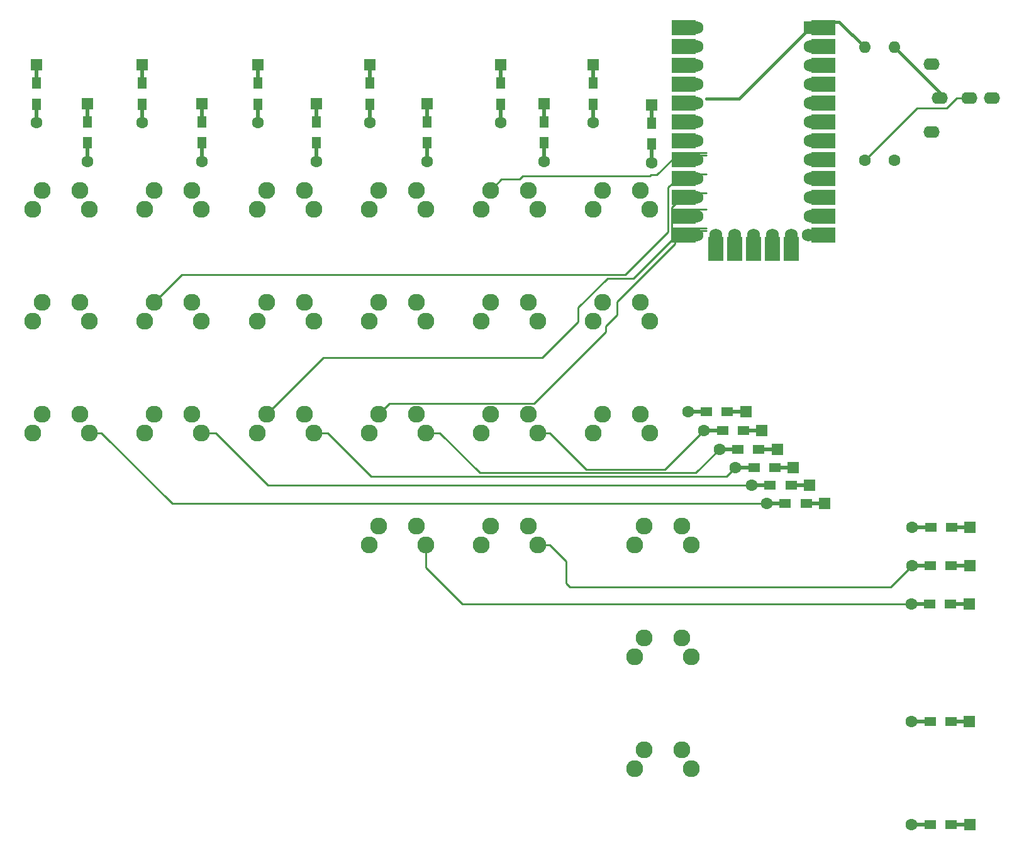
<source format=gbr>
%TF.GenerationSoftware,KiCad,Pcbnew,(6.0.5)*%
%TF.CreationDate,2022-05-16T23:14:11-04:00*%
%TF.ProjectId,keybert,6b657962-6572-4742-9e6b-696361645f70,0.0.1a*%
%TF.SameCoordinates,Original*%
%TF.FileFunction,Copper,L2,Bot*%
%TF.FilePolarity,Positive*%
%FSLAX46Y46*%
G04 Gerber Fmt 4.6, Leading zero omitted, Abs format (unit mm)*
G04 Created by KiCad (PCBNEW (6.0.5)) date 2022-05-16 23:14:11*
%MOMM*%
%LPD*%
G01*
G04 APERTURE LIST*
%TA.AperFunction,ComponentPad*%
%ADD10C,1.600000*%
%TD*%
%TA.AperFunction,ComponentPad*%
%ADD11O,1.600000X1.600000*%
%TD*%
%TA.AperFunction,ComponentPad*%
%ADD12O,2.200000X1.600000*%
%TD*%
%TA.AperFunction,ComponentPad*%
%ADD13C,2.286000*%
%TD*%
%TA.AperFunction,SMDPad,CuDef*%
%ADD14R,2.900000X0.500000*%
%TD*%
%TA.AperFunction,ComponentPad*%
%ADD15R,1.600000X1.600000*%
%TD*%
%TA.AperFunction,SMDPad,CuDef*%
%ADD16R,1.600000X1.200000*%
%TD*%
%TA.AperFunction,SMDPad,CuDef*%
%ADD17R,0.500000X2.900000*%
%TD*%
%TA.AperFunction,SMDPad,CuDef*%
%ADD18R,1.200000X1.600000*%
%TD*%
%TA.AperFunction,SMDPad,CuDef*%
%ADD19R,3.250000X2.000000*%
%TD*%
%TA.AperFunction,ComponentPad*%
%ADD20R,1.752600X1.752600*%
%TD*%
%TA.AperFunction,ComponentPad*%
%ADD21C,1.752600*%
%TD*%
%TA.AperFunction,SMDPad,CuDef*%
%ADD22R,2.000000X3.250000*%
%TD*%
%TA.AperFunction,Conductor*%
%ADD23C,0.250000*%
%TD*%
%TA.AperFunction,Conductor*%
%ADD24C,0.381000*%
%TD*%
G04 APERTURE END LIST*
D10*
%TO.P,R0,1*%
%TO.N,SDA*%
X144627500Y-40260891D03*
D11*
%TO.P,R0,2*%
%TO.N,VCC*%
X144627500Y-25020891D03*
%TD*%
D12*
%TO.P,J0,1,SLEEVE*%
%TO.N,GND*%
X149602500Y-27247141D03*
X149602500Y-36447141D03*
%TO.P,J0,2,TIP*%
%TO.N,VCC*%
X150702500Y-31847141D03*
%TO.P,J0,3,RING1*%
%TO.N,SCL*%
X154702500Y-31847141D03*
%TO.P,J0,4,RING2*%
%TO.N,SDA*%
X157702500Y-31847141D03*
%TD*%
D13*
%TO.P,MX19,1,COL*%
%TO.N,col5*%
X105300000Y-74434641D03*
X104030000Y-76974641D03*
%TO.P,MX19,2,ROW*%
%TO.N,Net-(D19-Pad2)*%
X111650000Y-76974641D03*
X110380000Y-74434641D03*
%TD*%
%TO.P,MX11,1,COL*%
%TO.N,col3*%
X73867500Y-76974641D03*
X75137500Y-74434641D03*
%TO.P,MX11,2,ROW*%
%TO.N,Net-(D11-Pad2)*%
X81487500Y-76974641D03*
X80217500Y-74434641D03*
%TD*%
%TO.P,MX20,1,COL*%
%TO.N,col3*%
X109586250Y-92055891D03*
X110856250Y-89515891D03*
%TO.P,MX20,2,ROW*%
%TO.N,Net-(D20-Pad2)*%
X117206250Y-92055891D03*
X115936250Y-89515891D03*
%TD*%
%TO.P,MX12,1,COL*%
%TO.N,col1*%
X75137500Y-89515891D03*
X73867500Y-92055891D03*
%TO.P,MX12,2,ROW*%
%TO.N,Net-(D12-Pad2)*%
X81487500Y-92055891D03*
X80217500Y-89515891D03*
%TD*%
%TO.P,MX18,1,COL*%
%TO.N,col5*%
X105300000Y-59353391D03*
X104030000Y-61893391D03*
%TO.P,MX18,2,ROW*%
%TO.N,Net-(D18-Pad2)*%
X110380000Y-59353391D03*
X111650000Y-61893391D03*
%TD*%
%TO.P,MX10,1,COL*%
%TO.N,col3*%
X75137500Y-59353391D03*
X73867500Y-61893391D03*
%TO.P,MX10,2,ROW*%
%TO.N,Net-(D10-Pad2)*%
X80217500Y-59353391D03*
X81487500Y-61893391D03*
%TD*%
%TO.P,MX15,1,COL*%
%TO.N,col4*%
X90218750Y-74434641D03*
X88948750Y-76974641D03*
%TO.P,MX15,2,ROW*%
%TO.N,Net-(D15-Pad2)*%
X96568750Y-76974641D03*
X95298750Y-74434641D03*
%TD*%
%TO.P,MX7,1,COL*%
%TO.N,col2*%
X60056250Y-59353391D03*
X58786250Y-61893391D03*
%TO.P,MX7,2,ROW*%
%TO.N,Net-(D7-Pad2)*%
X66406250Y-61893391D03*
X65136250Y-59353391D03*
%TD*%
%TO.P,MX3,1,COL*%
%TO.N,col1*%
X44975000Y-44272141D03*
X43705000Y-46812141D03*
%TO.P,MX3,2,ROW*%
%TO.N,Net-(D3-Pad2)*%
X51325000Y-46812141D03*
X50055000Y-44272141D03*
%TD*%
%TO.P,MX14,1,COL*%
%TO.N,col4*%
X90218750Y-59353391D03*
X88948750Y-61893391D03*
%TO.P,MX14,2,ROW*%
%TO.N,Net-(D14-Pad2)*%
X95298750Y-59353391D03*
X96568750Y-61893391D03*
%TD*%
%TO.P,MX0,1,COL*%
%TO.N,col0*%
X28623750Y-46812141D03*
X29893750Y-44272141D03*
%TO.P,MX0,2,ROW*%
%TO.N,Net-(D0-Pad2)*%
X34973750Y-44272141D03*
X36243750Y-46812141D03*
%TD*%
%TO.P,MX8,1,COL*%
%TO.N,col2*%
X60056250Y-74434641D03*
X58786250Y-76974641D03*
%TO.P,MX8,2,ROW*%
%TO.N,Net-(D8-Pad2)*%
X66406250Y-76974641D03*
X65136250Y-74434641D03*
%TD*%
%TO.P,MX22,1,COL*%
%TO.N,col5*%
X109586250Y-122218391D03*
X110856250Y-119678391D03*
%TO.P,MX22,2,ROW*%
%TO.N,Net-(D22-Pad2)*%
X115936250Y-119678391D03*
X117206250Y-122218391D03*
%TD*%
D10*
%TO.P,R1,1*%
%TO.N,SCL*%
X140577500Y-40260891D03*
D11*
%TO.P,R1,2*%
%TO.N,VCC*%
X140577500Y-25020891D03*
%TD*%
D13*
%TO.P,MX16,1,COL*%
%TO.N,col2*%
X90218750Y-89515891D03*
X88948750Y-92055891D03*
%TO.P,MX16,2,ROW*%
%TO.N,Net-(D16-Pad2)*%
X95298750Y-89515891D03*
X96568750Y-92055891D03*
%TD*%
%TO.P,MX13,1,COL*%
%TO.N,col4*%
X88948750Y-46812141D03*
X90218750Y-44272141D03*
%TO.P,MX13,2,ROW*%
%TO.N,Net-(D13-Pad2)*%
X95298750Y-44272141D03*
X96568750Y-46812141D03*
%TD*%
%TO.P,MX21,1,COL*%
%TO.N,col4*%
X109586250Y-107137141D03*
X110856250Y-104597141D03*
%TO.P,MX21,2,ROW*%
%TO.N,Net-(D21-Pad2)*%
X117206250Y-107137141D03*
X115936250Y-104597141D03*
%TD*%
%TO.P,MX17,1,COL*%
%TO.N,col5*%
X105300000Y-44272141D03*
X104030000Y-46812141D03*
%TO.P,MX17,2,ROW*%
%TO.N,Net-(D17-Pad2)*%
X110380000Y-44272141D03*
X111650000Y-46812141D03*
%TD*%
%TO.P,MX6,1,COL*%
%TO.N,col2*%
X60056250Y-44272141D03*
X58786250Y-46812141D03*
%TO.P,MX6,2,ROW*%
%TO.N,Net-(D6-Pad2)*%
X65136250Y-44272141D03*
X66406250Y-46812141D03*
%TD*%
%TO.P,MX4,1,COL*%
%TO.N,col1*%
X44975000Y-59353391D03*
X43705000Y-61893391D03*
%TO.P,MX4,2,ROW*%
%TO.N,Net-(D4-Pad2)*%
X50055000Y-59353391D03*
X51325000Y-61893391D03*
%TD*%
%TO.P,MX2,1,COL*%
%TO.N,col0*%
X28623750Y-76974641D03*
X29893750Y-74434641D03*
%TO.P,MX2,2,ROW*%
%TO.N,Net-(D2-Pad2)*%
X36243750Y-76974641D03*
X34973750Y-74434641D03*
%TD*%
%TO.P,MX9,1,COL*%
%TO.N,col3*%
X73867500Y-46812141D03*
X75137500Y-44272141D03*
%TO.P,MX9,2,ROW*%
%TO.N,Net-(D9-Pad2)*%
X81487500Y-46812141D03*
X80217500Y-44272141D03*
%TD*%
%TO.P,MX5,1,COL*%
%TO.N,col1*%
X44975000Y-74434641D03*
X43705000Y-76974641D03*
%TO.P,MX5,2,ROW*%
%TO.N,Net-(D5-Pad2)*%
X51325000Y-76974641D03*
X50055000Y-74434641D03*
%TD*%
%TO.P,MX1,1,COL*%
%TO.N,col0*%
X28623750Y-61893391D03*
X29893750Y-59353391D03*
%TO.P,MX1,2,ROW*%
%TO.N,Net-(D1-Pad2)*%
X36243750Y-61893391D03*
X34973750Y-59353391D03*
%TD*%
D14*
%TO.P,D22,1,K*%
%TO.N,clu0*%
X153311250Y-129742141D03*
D15*
X154711250Y-129742141D03*
D16*
X152211250Y-129742141D03*
D10*
%TO.P,D22,2,A*%
%TO.N,Net-(D22-Pad2)*%
X146911250Y-129742141D03*
D16*
X149411250Y-129742141D03*
D14*
X148311250Y-129742141D03*
%TD*%
D15*
%TO.P,D4,1,K*%
%TO.N,row1*%
X51401250Y-32592141D03*
D17*
X51401250Y-33992141D03*
D18*
X51401250Y-35092141D03*
D10*
%TO.P,D4,2,A*%
%TO.N,Net-(D4-Pad2)*%
X51401250Y-40392141D03*
D18*
X51401250Y-37892141D03*
D17*
X51401250Y-38992141D03*
%TD*%
D15*
%TO.P,D17,1,K*%
%TO.N,row0*%
X104011250Y-27352141D03*
D18*
X104011250Y-29852141D03*
D17*
X104011250Y-28752141D03*
D18*
%TO.P,D17,2,A*%
%TO.N,Net-(D17-Pad2)*%
X104011250Y-32652141D03*
D10*
X104011250Y-35152141D03*
D17*
X104011250Y-33752141D03*
%TD*%
D14*
%TO.P,D19,1,K*%
%TO.N,row2*%
X123201250Y-74122141D03*
D16*
X122101250Y-74122141D03*
D15*
X124601250Y-74122141D03*
D10*
%TO.P,D19,2,A*%
%TO.N,Net-(D19-Pad2)*%
X116801250Y-74122141D03*
D16*
X119301250Y-74122141D03*
D14*
X118201250Y-74122141D03*
%TD*%
D15*
%TO.P,D15,1,K*%
%TO.N,row2*%
X126741250Y-76612141D03*
D16*
X124241250Y-76612141D03*
D14*
X125341250Y-76612141D03*
D10*
%TO.P,D15,2,A*%
%TO.N,Net-(D15-Pad2)*%
X118941250Y-76612141D03*
D14*
X120341250Y-76612141D03*
D16*
X121441250Y-76612141D03*
%TD*%
D18*
%TO.P,D3,1,K*%
%TO.N,row0*%
X43371250Y-29852141D03*
D15*
X43371250Y-27352141D03*
D17*
X43371250Y-28752141D03*
%TO.P,D3,2,A*%
%TO.N,Net-(D3-Pad2)*%
X43371250Y-33752141D03*
D10*
X43371250Y-35152141D03*
D18*
X43371250Y-32652141D03*
%TD*%
%TO.P,D10,1,K*%
%TO.N,row1*%
X81721250Y-35092141D03*
D17*
X81721250Y-33992141D03*
D15*
X81721250Y-32592141D03*
D18*
%TO.P,D10,2,A*%
%TO.N,Net-(D10-Pad2)*%
X81721250Y-37892141D03*
D10*
X81721250Y-40392141D03*
D17*
X81721250Y-38992141D03*
%TD*%
D14*
%TO.P,D16,1,K*%
%TO.N,clu0*%
X153351250Y-94862141D03*
D15*
X154751250Y-94862141D03*
D16*
X152251250Y-94862141D03*
%TO.P,D16,2,A*%
%TO.N,Net-(D16-Pad2)*%
X149451250Y-94862141D03*
D14*
X148351250Y-94862141D03*
D10*
X146951250Y-94862141D03*
%TD*%
D14*
%TO.P,D21,1,K*%
%TO.N,clu0*%
X153291250Y-115792141D03*
D15*
X154691250Y-115792141D03*
D16*
X152191250Y-115792141D03*
D14*
%TO.P,D21,2,A*%
%TO.N,Net-(D21-Pad2)*%
X148291250Y-115792141D03*
D16*
X149391250Y-115792141D03*
D10*
X146891250Y-115792141D03*
%TD*%
D15*
%TO.P,D20,1,K*%
%TO.N,clu0*%
X154781250Y-89662141D03*
D14*
X153381250Y-89662141D03*
D16*
X152281250Y-89662141D03*
D14*
%TO.P,D20,2,A*%
%TO.N,Net-(D20-Pad2)*%
X148381250Y-89662141D03*
D16*
X149481250Y-89662141D03*
D10*
X146981250Y-89662141D03*
%TD*%
D15*
%TO.P,D11,1,K*%
%TO.N,row2*%
X128821250Y-79142141D03*
D14*
X127421250Y-79142141D03*
D16*
X126321250Y-79142141D03*
D14*
%TO.P,D11,2,A*%
%TO.N,Net-(D11-Pad2)*%
X122421250Y-79142141D03*
D16*
X123521250Y-79142141D03*
D10*
X121021250Y-79142141D03*
%TD*%
D18*
%TO.P,D13,1,K*%
%TO.N,row0*%
X91551250Y-29852141D03*
D17*
X91551250Y-28752141D03*
D15*
X91551250Y-27352141D03*
D10*
%TO.P,D13,2,A*%
%TO.N,Net-(D13-Pad2)*%
X91551250Y-35152141D03*
D17*
X91551250Y-33752141D03*
D18*
X91551250Y-32652141D03*
%TD*%
D15*
%TO.P,D9,1,K*%
%TO.N,row0*%
X74021250Y-27352141D03*
D18*
X74021250Y-29852141D03*
D17*
X74021250Y-28752141D03*
D10*
%TO.P,D9,2,A*%
%TO.N,Net-(D9-Pad2)*%
X74021250Y-35152141D03*
D18*
X74021250Y-32652141D03*
D17*
X74021250Y-33752141D03*
%TD*%
D15*
%TO.P,D8,1,K*%
%TO.N,row2*%
X130981250Y-81592141D03*
D14*
X129581250Y-81592141D03*
D16*
X128481250Y-81592141D03*
D14*
%TO.P,D8,2,A*%
%TO.N,Net-(D8-Pad2)*%
X124581250Y-81592141D03*
D10*
X123181250Y-81592141D03*
D16*
X125681250Y-81592141D03*
%TD*%
D17*
%TO.P,D0,1,K*%
%TO.N,row0*%
X29111250Y-28752141D03*
D15*
X29111250Y-27352141D03*
D18*
X29111250Y-29852141D03*
D10*
%TO.P,D0,2,A*%
%TO.N,Net-(D0-Pad2)*%
X29111250Y-35152141D03*
D17*
X29111250Y-33752141D03*
D18*
X29111250Y-32652141D03*
%TD*%
D17*
%TO.P,D18,1,K*%
%TO.N,row1*%
X111891250Y-34142141D03*
D18*
X111891250Y-35242141D03*
D15*
X111891250Y-32742141D03*
D18*
%TO.P,D18,2,A*%
%TO.N,Net-(D18-Pad2)*%
X111891250Y-38042141D03*
D17*
X111891250Y-39142141D03*
D10*
X111891250Y-40542141D03*
%TD*%
D15*
%TO.P,D14,1,K*%
%TO.N,row1*%
X97451250Y-32592141D03*
D17*
X97451250Y-33992141D03*
D18*
X97451250Y-35092141D03*
D10*
%TO.P,D14,2,A*%
%TO.N,Net-(D14-Pad2)*%
X97451250Y-40392141D03*
D17*
X97451250Y-38992141D03*
D18*
X97451250Y-37892141D03*
%TD*%
D14*
%TO.P,D2,1,K*%
%TO.N,row2*%
X133801250Y-86482141D03*
D15*
X135201250Y-86482141D03*
D16*
X132701250Y-86482141D03*
%TO.P,D2,2,A*%
%TO.N,Net-(D2-Pad2)*%
X129901250Y-86482141D03*
D10*
X127401250Y-86482141D03*
D14*
X128801250Y-86482141D03*
%TD*%
D18*
%TO.P,D1,1,K*%
%TO.N,row1*%
X35991250Y-35092141D03*
D15*
X35991250Y-32592141D03*
D17*
X35991250Y-33992141D03*
D10*
%TO.P,D1,2,A*%
%TO.N,Net-(D1-Pad2)*%
X35991250Y-40392141D03*
D17*
X35991250Y-38992141D03*
D18*
X35991250Y-37892141D03*
%TD*%
D16*
%TO.P,D12,1,K*%
%TO.N,clu0*%
X152151250Y-100002141D03*
D14*
X153251250Y-100002141D03*
D15*
X154651250Y-100002141D03*
D16*
%TO.P,D12,2,A*%
%TO.N,Net-(D12-Pad2)*%
X149351250Y-100002141D03*
D14*
X148251250Y-100002141D03*
D10*
X146851250Y-100002141D03*
%TD*%
D15*
%TO.P,D6,1,K*%
%TO.N,row0*%
X58941250Y-27352141D03*
D17*
X58941250Y-28752141D03*
D18*
X58941250Y-29852141D03*
D10*
%TO.P,D6,2,A*%
%TO.N,Net-(D6-Pad2)*%
X58941250Y-35152141D03*
D17*
X58941250Y-33752141D03*
D18*
X58941250Y-32652141D03*
%TD*%
D17*
%TO.P,D7,1,K*%
%TO.N,row1*%
X66801250Y-33992141D03*
D15*
X66801250Y-32592141D03*
D18*
X66801250Y-35092141D03*
D10*
%TO.P,D7,2,A*%
%TO.N,Net-(D7-Pad2)*%
X66801250Y-40392141D03*
D18*
X66801250Y-37892141D03*
D17*
X66801250Y-38992141D03*
%TD*%
D19*
%TO.P,MC-EC0,1,TX0/PD3*%
%TO.N,col0*%
X135006270Y-22342911D03*
D20*
X133228270Y-22342911D03*
D19*
%TO.P,MC-EC0,2,RX1/PD2*%
%TO.N,unconnected-(MC-EC0-Pad2)*%
X135006270Y-24882911D03*
D21*
X133228270Y-24882911D03*
D19*
%TO.P,MC-EC0,3,GND*%
%TO.N,GND*%
X135006270Y-27422911D03*
D21*
X133228270Y-27422911D03*
%TO.P,MC-EC0,4,GND*%
X133228270Y-29962911D03*
D19*
X135006270Y-29962911D03*
D21*
%TO.P,MC-EC0,5,2/PD1*%
%TO.N,SDA*%
X133228270Y-32502911D03*
D19*
X135006270Y-32502911D03*
D21*
%TO.P,MC-EC0,6,3/PD0*%
%TO.N,SCL*%
X133228270Y-35042911D03*
D19*
X135006270Y-35042911D03*
D21*
%TO.P,MC-EC0,7,4/PD4*%
%TO.N,col5*%
X133228270Y-37582911D03*
D19*
X135006270Y-37582911D03*
%TO.P,MC-EC0,8,5/PC6*%
%TO.N,clu0*%
X135006270Y-40122911D03*
D21*
X133228270Y-40122911D03*
D19*
%TO.P,MC-EC0,9,6/PD7*%
%TO.N,unconnected-(MC-EC0-Pad9)*%
X135006270Y-42662911D03*
D21*
X133228270Y-42662911D03*
%TO.P,MC-EC0,10,7/PE6*%
%TO.N,unconnected-(MC-EC0-Pad10)*%
X133228270Y-45202911D03*
D19*
X135006270Y-45202911D03*
D21*
%TO.P,MC-EC0,11,8/PB4*%
%TO.N,row2*%
X133228270Y-47742911D03*
D19*
X135006270Y-47742911D03*
%TO.P,MC-EC0,12,9/PB5*%
%TO.N,unconnected-(MC-EC0-Pad12)*%
X135006270Y-50282911D03*
D21*
X132999670Y-50282911D03*
%TO.P,MC-EC0,13,10/PB6*%
%TO.N,unconnected-(MC-EC0-Pad13)*%
X117988270Y-50282911D03*
D19*
X116210270Y-50282911D03*
%TO.P,MC-EC0,14,16/PB2*%
%TO.N,col3*%
X116210270Y-47742911D03*
D21*
X117988270Y-47742911D03*
D19*
%TO.P,MC-EC0,15,14/PB3*%
%TO.N,unconnected-(MC-EC0-Pad15)*%
X116210270Y-45202911D03*
D21*
X117988270Y-45202911D03*
D19*
%TO.P,MC-EC0,16,15/PB1*%
%TO.N,col2*%
X116210270Y-42662911D03*
D21*
X117988270Y-42662911D03*
D19*
%TO.P,MC-EC0,17,A0/PF7*%
%TO.N,col1*%
X116210270Y-40122911D03*
D21*
X117988270Y-40122911D03*
%TO.P,MC-EC0,18,A1/PF6*%
%TO.N,col4*%
X117988270Y-37582911D03*
D19*
X116210270Y-37582911D03*
%TO.P,MC-EC0,19,A2/PF5*%
%TO.N,row1*%
X116210270Y-35042911D03*
D21*
X117988270Y-35042911D03*
D19*
%TO.P,MC-EC0,20,A3/PF4*%
%TO.N,row0*%
X116210270Y-32502911D03*
D21*
X117988270Y-32502911D03*
%TO.P,MC-EC0,21,VCC*%
%TO.N,VCC*%
X117988270Y-29962911D03*
D19*
X116210270Y-29962911D03*
D21*
%TO.P,MC-EC0,22,RST*%
%TO.N,unconnected-(MC-EC0-Pad22)*%
X117988270Y-27422911D03*
D19*
X116210270Y-27422911D03*
%TO.P,MC-EC0,23,GND*%
%TO.N,GND*%
X116210270Y-24882911D03*
D21*
X117988270Y-24882911D03*
D19*
%TO.P,MC-EC0,24,B0*%
%TO.N,unconnected-(MC-EC0-Pad24)*%
X116210270Y-22342911D03*
D21*
X117988270Y-22342911D03*
%TO.P,MC-EC0,25,B7*%
%TO.N,unconnected-(MC-EC0-Pad25)*%
X130688270Y-50282911D03*
D22*
X130688270Y-52187911D03*
D21*
%TO.P,MC-EC0,26,D5*%
%TO.N,unconnected-(MC-EC0-Pad26)*%
X128148270Y-50282911D03*
D22*
X128148270Y-52187911D03*
%TO.P,MC-EC0,27,C7*%
%TO.N,unconnected-(MC-EC0-Pad27)*%
X125608270Y-52187911D03*
D21*
X125608270Y-50282911D03*
D22*
%TO.P,MC-EC0,28,F1*%
%TO.N,unconnected-(MC-EC0-Pad28)*%
X123068270Y-52187911D03*
D21*
X123068270Y-50282911D03*
D22*
%TO.P,MC-EC0,29,F0*%
%TO.N,unconnected-(MC-EC0-Pad29)*%
X120528270Y-52187911D03*
D21*
X120528270Y-50282911D03*
%TD*%
D14*
%TO.P,D5,1,K*%
%TO.N,row2*%
X131771250Y-84032141D03*
D15*
X133171250Y-84032141D03*
D16*
X130671250Y-84032141D03*
D10*
%TO.P,D5,2,A*%
%TO.N,Net-(D5-Pad2)*%
X125371250Y-84032141D03*
D14*
X126771250Y-84032141D03*
D16*
X127871250Y-84032141D03*
%TD*%
D23*
%TO.N,row0*%
X104011250Y-27352141D02*
X104011250Y-29411163D01*
%TO.N,Net-(D2-Pad2)*%
X37860196Y-76974641D02*
X47367696Y-86482141D01*
X47367696Y-86482141D02*
X127401250Y-86482141D01*
X36243750Y-76974641D02*
X37860196Y-76974641D01*
%TO.N,Net-(D5-Pad2)*%
X53243242Y-76974641D02*
X60300742Y-84032141D01*
X51325000Y-76974641D02*
X53243242Y-76974641D01*
X60300742Y-84032141D02*
X125371250Y-84032141D01*
%TO.N,Net-(D8-Pad2)*%
X74131953Y-82782102D02*
X121991289Y-82782102D01*
X66406250Y-76974641D02*
X68324492Y-76974641D01*
X68324492Y-76974641D02*
X74131953Y-82782102D01*
X121991289Y-82782102D02*
X123181250Y-81592141D01*
%TO.N,Net-(D11-Pad2)*%
X83405742Y-76974641D02*
X88763683Y-82332582D01*
X88763683Y-82332582D02*
X117830809Y-82332582D01*
X117830809Y-82332582D02*
X121021250Y-79142141D01*
X81487500Y-76974641D02*
X83405742Y-76974641D01*
%TO.N,Net-(D12-Pad2)*%
X86430742Y-100002141D02*
X146851250Y-100002141D01*
X81487500Y-92055891D02*
X81487500Y-95058899D01*
X81487500Y-95058899D02*
X86430742Y-100002141D01*
%TO.N,Net-(D15-Pad2)*%
X103093617Y-81883062D02*
X113670329Y-81883062D01*
X113670329Y-81883062D02*
X118941250Y-76612141D01*
X98185196Y-76974641D02*
X103093617Y-81883062D01*
X96568750Y-76974641D02*
X98185196Y-76974641D01*
%TO.N,Net-(D16-Pad2)*%
X96568750Y-92055891D02*
X98185196Y-92055891D01*
X100371250Y-94241945D02*
X100371250Y-97182141D01*
X98185196Y-92055891D02*
X100371250Y-94241945D01*
X100901250Y-97712141D02*
X144101250Y-97712141D01*
X144101250Y-97712141D02*
X146951250Y-94862141D01*
X100371250Y-97182141D02*
X100901250Y-97712141D01*
%TO.N,col1*%
X44975000Y-59353391D02*
X48672021Y-55656370D01*
X115936250Y-42049641D02*
X119270000Y-42049641D01*
X114145421Y-43840470D02*
X115936250Y-42049641D01*
X114145421Y-49859728D02*
X114145421Y-43840470D01*
X108348779Y-55656370D02*
X114145421Y-49859728D01*
X48672021Y-55656370D02*
X108348779Y-55656370D01*
%TO.N,col2*%
X102011250Y-60062141D02*
X105967501Y-56105890D01*
X116571250Y-44589641D02*
X119270000Y-44589641D01*
X109477501Y-56105890D02*
X114594941Y-50988450D01*
X97203337Y-66801812D02*
X102011250Y-61993899D01*
X114594941Y-46565950D02*
X116571250Y-44589641D01*
X114594941Y-50988450D02*
X114594941Y-46565950D01*
X102011250Y-61993899D02*
X102011250Y-60062141D01*
X67689079Y-66801812D02*
X97203337Y-66801812D01*
X105967501Y-56105890D02*
X109477501Y-56105890D01*
X60056250Y-74434641D02*
X67689079Y-66801812D01*
%TO.N,col3*%
X76605011Y-72967130D02*
X96116261Y-72967130D01*
X105721250Y-63362141D02*
X105721250Y-62572141D01*
X115044461Y-50939641D02*
X116314461Y-49669641D01*
X107261250Y-61032141D02*
X107261250Y-59275391D01*
X75137500Y-74434641D02*
X76605011Y-72967130D01*
X116314461Y-49669641D02*
X119270000Y-49669641D01*
X115044461Y-51492180D02*
X115044461Y-50939641D01*
X116231250Y-49352141D02*
X119270000Y-49352141D01*
X96116261Y-72967130D02*
X105721250Y-63362141D01*
X107261250Y-59275391D02*
X115044461Y-51492180D01*
X105721250Y-62572141D02*
X107261250Y-61032141D01*
%TO.N,col4*%
X111815300Y-42208391D02*
X112602500Y-42208391D01*
X90218750Y-44272141D02*
X91686261Y-42804630D01*
X111651550Y-42372141D02*
X111815300Y-42208391D01*
X94581250Y-42372141D02*
X111651550Y-42372141D01*
X116011250Y-39192141D02*
X119270000Y-39192141D01*
X91686261Y-42804630D02*
X94148761Y-42804630D01*
X112602500Y-42208391D02*
X115301250Y-39509641D01*
X94148761Y-42804630D02*
X94581250Y-42372141D01*
X115301250Y-39509641D02*
X119270000Y-39509641D01*
%TO.N,SCL*%
X151624843Y-33234484D02*
X153012186Y-31847141D01*
X153012186Y-31847141D02*
X154702500Y-31847141D01*
X147603907Y-33234484D02*
X151624843Y-33234484D01*
X140577500Y-40260891D02*
X147603907Y-33234484D01*
D24*
%TO.N,VCC*%
X134033750Y-21570891D02*
X137127500Y-21570891D01*
X123715000Y-31889641D02*
X134033750Y-21570891D01*
X150702500Y-31095891D02*
X150702500Y-31847141D01*
X137127500Y-21570891D02*
X140577500Y-25020891D01*
X144627500Y-25020891D02*
X150702500Y-31095891D01*
X119270000Y-31889641D02*
X123715000Y-31889641D01*
D23*
%TO.N,unconnected-(MC-EC0-Pad15)*%
X116321250Y-46812141D02*
X119270000Y-46812141D01*
%TD*%
M02*

</source>
